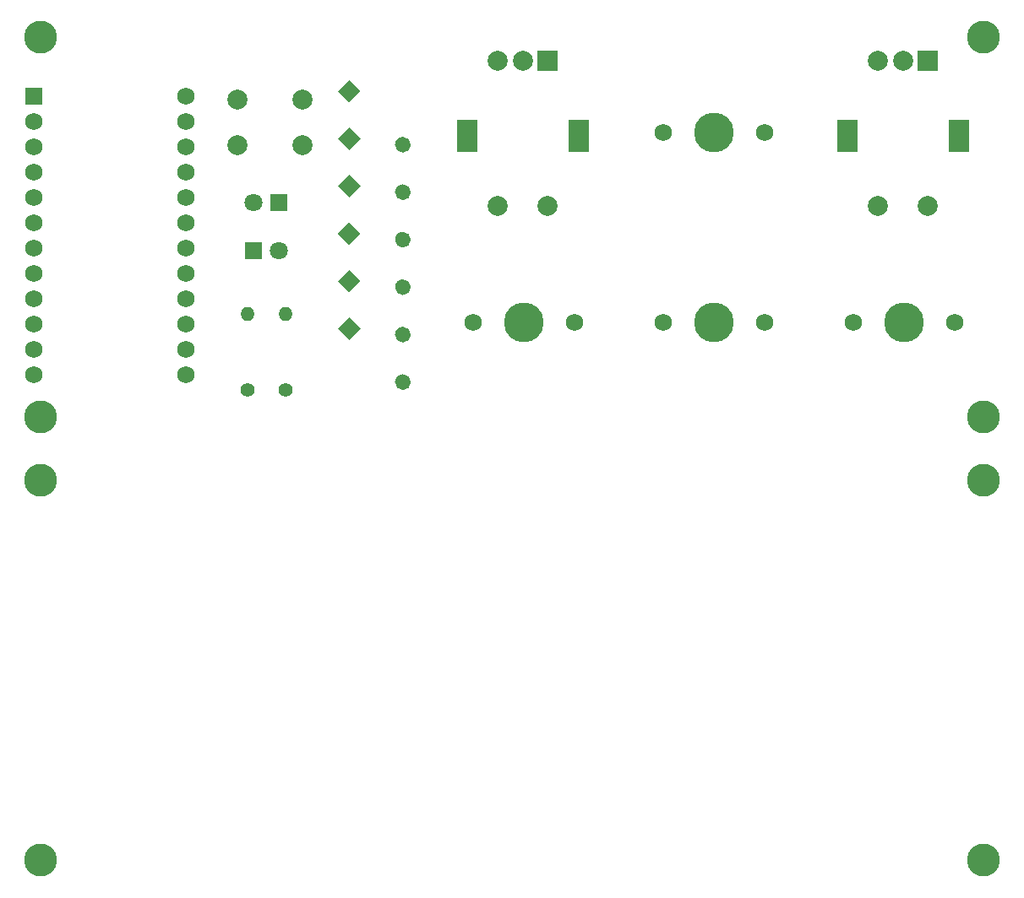
<source format=gbr>
%TF.GenerationSoftware,KiCad,Pcbnew,(5.1.9)-1*%
%TF.CreationDate,2021-04-14T21:31:02+02:00*%
%TF.ProjectId,Neopad,4e656f70-6164-42e6-9b69-6361645f7063,rev?*%
%TF.SameCoordinates,Original*%
%TF.FileFunction,Soldermask,Top*%
%TF.FilePolarity,Negative*%
%FSLAX46Y46*%
G04 Gerber Fmt 4.6, Leading zero omitted, Abs format (unit mm)*
G04 Created by KiCad (PCBNEW (5.1.9)-1) date 2021-04-14 21:31:02*
%MOMM*%
%LPD*%
G01*
G04 APERTURE LIST*
%ADD10O,1.400000X1.400000*%
%ADD11C,1.400000*%
%ADD12R,1.752600X1.752600*%
%ADD13C,1.752600*%
%ADD14C,2.000000*%
%ADD15C,0.100000*%
%ADD16C,3.300000*%
%ADD17R,2.000000X3.200000*%
%ADD18R,2.000000X2.000000*%
%ADD19R,1.800000X1.800000*%
%ADD20C,1.800000*%
%ADD21C,3.987800*%
%ADD22C,1.750000*%
G04 APERTURE END LIST*
D10*
%TO.C,R2*%
X68199000Y-80899000D03*
D11*
X68199000Y-88519000D03*
%TD*%
D10*
%TO.C,R1*%
X64389000Y-80899000D03*
D11*
X64389000Y-88519000D03*
%TD*%
D12*
%TO.C,U1*%
X42926000Y-59055000D03*
D13*
X42926000Y-61595000D03*
X42926000Y-64135000D03*
X42926000Y-66675000D03*
X42926000Y-69215000D03*
X42926000Y-71755000D03*
X42926000Y-74295000D03*
X42926000Y-76835000D03*
X42926000Y-79375000D03*
X42926000Y-81915000D03*
X42926000Y-84455000D03*
X58166000Y-86995000D03*
X58166000Y-84455000D03*
X58166000Y-81915000D03*
X58166000Y-79375000D03*
X58166000Y-76835000D03*
X58166000Y-74295000D03*
X58166000Y-71755000D03*
X58166000Y-69215000D03*
X58166000Y-66675000D03*
X58166000Y-64135000D03*
X58166000Y-61595000D03*
X42926000Y-86995000D03*
X58166000Y-59055000D03*
%TD*%
D14*
%TO.C,SW2*%
X69850000Y-59467750D03*
X69850000Y-63967750D03*
X63350000Y-59467750D03*
X63350000Y-63967750D03*
%TD*%
%TO.C,D8*%
G36*
G01*
X79371469Y-87213719D02*
X79371469Y-87213719D01*
G75*
G02*
X80502839Y-87213719I565685J-565685D01*
G01*
X80502839Y-87213719D01*
G75*
G02*
X80502839Y-88345089I-565685J-565685D01*
G01*
X80502839Y-88345089D01*
G75*
G02*
X79371469Y-88345089I-565685J565685D01*
G01*
X79371469Y-88345089D01*
G75*
G02*
X79371469Y-87213719I565685J565685D01*
G01*
G37*
D15*
G36*
X73417629Y-82391250D02*
G01*
X74549000Y-81259879D01*
X75680371Y-82391250D01*
X74549000Y-83522621D01*
X73417629Y-82391250D01*
G37*
%TD*%
%TO.C,D7*%
G36*
G01*
X79371469Y-82451219D02*
X79371469Y-82451219D01*
G75*
G02*
X80502839Y-82451219I565685J-565685D01*
G01*
X80502839Y-82451219D01*
G75*
G02*
X80502839Y-83582589I-565685J-565685D01*
G01*
X80502839Y-83582589D01*
G75*
G02*
X79371469Y-83582589I-565685J565685D01*
G01*
X79371469Y-83582589D01*
G75*
G02*
X79371469Y-82451219I565685J565685D01*
G01*
G37*
G36*
X73417629Y-77628750D02*
G01*
X74549000Y-76497379D01*
X75680371Y-77628750D01*
X74549000Y-78760121D01*
X73417629Y-77628750D01*
G37*
%TD*%
%TO.C,D6*%
G36*
G01*
X79371469Y-77688719D02*
X79371469Y-77688719D01*
G75*
G02*
X80502839Y-77688719I565685J-565685D01*
G01*
X80502839Y-77688719D01*
G75*
G02*
X80502839Y-78820089I-565685J-565685D01*
G01*
X80502839Y-78820089D01*
G75*
G02*
X79371469Y-78820089I-565685J565685D01*
G01*
X79371469Y-78820089D01*
G75*
G02*
X79371469Y-77688719I565685J565685D01*
G01*
G37*
G36*
X73417629Y-72866250D02*
G01*
X74549000Y-71734879D01*
X75680371Y-72866250D01*
X74549000Y-73997621D01*
X73417629Y-72866250D01*
G37*
%TD*%
%TO.C,D3*%
G36*
G01*
X79371469Y-72926219D02*
X79371469Y-72926219D01*
G75*
G02*
X80502839Y-72926219I565685J-565685D01*
G01*
X80502839Y-72926219D01*
G75*
G02*
X80502839Y-74057589I-565685J-565685D01*
G01*
X80502839Y-74057589D01*
G75*
G02*
X79371469Y-74057589I-565685J565685D01*
G01*
X79371469Y-74057589D01*
G75*
G02*
X79371469Y-72926219I565685J565685D01*
G01*
G37*
G36*
X73417629Y-68103750D02*
G01*
X74549000Y-66972379D01*
X75680371Y-68103750D01*
X74549000Y-69235121D01*
X73417629Y-68103750D01*
G37*
%TD*%
%TO.C,D2*%
G36*
G01*
X79371469Y-68163719D02*
X79371469Y-68163719D01*
G75*
G02*
X80502839Y-68163719I565685J-565685D01*
G01*
X80502839Y-68163719D01*
G75*
G02*
X80502839Y-69295089I-565685J-565685D01*
G01*
X80502839Y-69295089D01*
G75*
G02*
X79371469Y-69295089I-565685J565685D01*
G01*
X79371469Y-69295089D01*
G75*
G02*
X79371469Y-68163719I565685J565685D01*
G01*
G37*
G36*
X73417629Y-63341250D02*
G01*
X74549000Y-62209879D01*
X75680371Y-63341250D01*
X74549000Y-64472621D01*
X73417629Y-63341250D01*
G37*
%TD*%
%TO.C,D1*%
G36*
X73417629Y-58578750D02*
G01*
X74549000Y-57447379D01*
X75680371Y-58578750D01*
X74549000Y-59710121D01*
X73417629Y-58578750D01*
G37*
G36*
G01*
X79371469Y-63401219D02*
X79371469Y-63401219D01*
G75*
G02*
X80502839Y-63401219I565685J-565685D01*
G01*
X80502839Y-63401219D01*
G75*
G02*
X80502839Y-64532589I-565685J-565685D01*
G01*
X80502839Y-64532589D01*
G75*
G02*
X79371469Y-64532589I-565685J565685D01*
G01*
X79371469Y-64532589D01*
G75*
G02*
X79371469Y-63401219I565685J565685D01*
G01*
G37*
%TD*%
D16*
%TO.C,H8*%
X138112500Y-135731250D03*
%TD*%
%TO.C,H7*%
X138112500Y-97631250D03*
%TD*%
%TO.C,H6*%
X43656250Y-135731250D03*
%TD*%
%TO.C,H5*%
X43656250Y-97631250D03*
%TD*%
D14*
%TO.C,SW3*%
X89456250Y-70062500D03*
X94456250Y-70062500D03*
D17*
X86356250Y-63062500D03*
X97556250Y-63062500D03*
D14*
X89456250Y-55562500D03*
X91956250Y-55562500D03*
D18*
X94456250Y-55562500D03*
%TD*%
D14*
%TO.C,SW1*%
X127556250Y-70062500D03*
X132556250Y-70062500D03*
D17*
X124456250Y-63062500D03*
X135656250Y-63062500D03*
D14*
X127556250Y-55562500D03*
X130056250Y-55562500D03*
D18*
X132556250Y-55562500D03*
%TD*%
D19*
%TO.C,D5*%
X64928750Y-74549000D03*
D20*
X67468750Y-74549000D03*
%TD*%
D19*
%TO.C,D4*%
X67468750Y-69786500D03*
D20*
X64928750Y-69786500D03*
%TD*%
D16*
%TO.C,H4*%
X138112500Y-53181250D03*
%TD*%
%TO.C,H3*%
X43656250Y-53181250D03*
%TD*%
%TO.C,H2*%
X138112500Y-91281250D03*
%TD*%
%TO.C,H1*%
X43656250Y-91281250D03*
%TD*%
D21*
%TO.C,MX2*%
X92075000Y-81756250D03*
D22*
X86995000Y-81756250D03*
X97155000Y-81756250D03*
%TD*%
D21*
%TO.C,MX3*%
X111125000Y-81756250D03*
D22*
X106045000Y-81756250D03*
X116205000Y-81756250D03*
%TD*%
D21*
%TO.C,MX4*%
X130175000Y-81756250D03*
D22*
X125095000Y-81756250D03*
X135255000Y-81756250D03*
%TD*%
D21*
%TO.C,MX1*%
X111125000Y-62706250D03*
D22*
X106045000Y-62706250D03*
X116205000Y-62706250D03*
%TD*%
M02*

</source>
